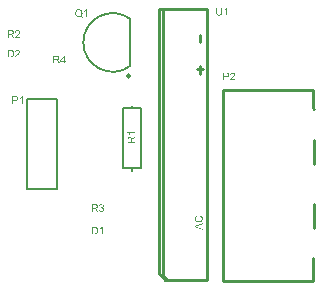
<source format=gto>
%FSLAX24Y24*%
%MOIN*%
G70*
G01*
G75*
G04 Layer_Color=65535*
%ADD10R,0.0315X0.0354*%
%ADD11C,0.0200*%
%ADD12C,0.0150*%
%ADD13C,0.1000*%
%ADD14C,0.1250*%
%ADD15O,0.0787X0.0394*%
%ADD16O,0.0787X0.0394*%
%ADD17C,0.0700*%
%ADD18R,0.0591X0.0591*%
%ADD19C,0.0591*%
%ADD20C,0.0551*%
%ADD21C,0.0098*%
%ADD22C,0.0079*%
%ADD23C,0.0100*%
G36*
X59657Y40297D02*
X59660Y40297D01*
X59663Y40296D01*
X59667Y40296D01*
X59672Y40295D01*
X59681Y40292D01*
X59691Y40289D01*
X59696Y40286D01*
X59700Y40284D01*
X59705Y40280D01*
X59709Y40277D01*
X59709Y40276D01*
X59710Y40276D01*
X59711Y40275D01*
X59712Y40273D01*
X59714Y40271D01*
X59716Y40269D01*
X59720Y40263D01*
X59724Y40255D01*
X59727Y40247D01*
X59730Y40237D01*
X59730Y40231D01*
X59731Y40226D01*
Y40225D01*
Y40223D01*
X59730Y40220D01*
X59730Y40216D01*
X59729Y40212D01*
X59728Y40207D01*
X59726Y40201D01*
X59724Y40196D01*
X59724Y40195D01*
X59723Y40193D01*
X59721Y40190D01*
X59719Y40186D01*
X59716Y40182D01*
X59713Y40176D01*
X59708Y40171D01*
X59703Y40164D01*
X59702Y40164D01*
X59700Y40161D01*
X59697Y40158D01*
X59695Y40155D01*
X59692Y40153D01*
X59689Y40150D01*
X59685Y40146D01*
X59681Y40143D01*
X59677Y40138D01*
X59672Y40134D01*
X59666Y40129D01*
X59661Y40125D01*
X59655Y40119D01*
X59654Y40119D01*
X59654Y40118D01*
X59652Y40117D01*
X59650Y40115D01*
X59645Y40111D01*
X59640Y40106D01*
X59634Y40101D01*
X59627Y40095D01*
X59622Y40091D01*
X59620Y40089D01*
X59618Y40087D01*
X59618Y40086D01*
X59617Y40085D01*
X59616Y40084D01*
X59614Y40081D01*
X59609Y40076D01*
X59605Y40070D01*
X59731D01*
Y40040D01*
X59562D01*
Y40040D01*
Y40042D01*
Y40044D01*
X59562Y40047D01*
X59562Y40050D01*
X59563Y40054D01*
X59564Y40058D01*
X59565Y40061D01*
Y40062D01*
X59565Y40062D01*
X59566Y40065D01*
X59568Y40068D01*
X59570Y40072D01*
X59573Y40077D01*
X59577Y40083D01*
X59581Y40089D01*
X59586Y40095D01*
Y40096D01*
X59586Y40096D01*
X59588Y40099D01*
X59592Y40102D01*
X59596Y40107D01*
X59602Y40112D01*
X59609Y40119D01*
X59618Y40126D01*
X59627Y40134D01*
X59627Y40135D01*
X59629Y40136D01*
X59631Y40138D01*
X59634Y40140D01*
X59637Y40143D01*
X59641Y40146D01*
X59650Y40154D01*
X59659Y40163D01*
X59668Y40172D01*
X59673Y40176D01*
X59677Y40180D01*
X59680Y40185D01*
X59684Y40189D01*
Y40189D01*
X59684Y40189D01*
X59685Y40191D01*
X59686Y40192D01*
X59688Y40196D01*
X59691Y40201D01*
X59694Y40207D01*
X59696Y40213D01*
X59698Y40220D01*
X59698Y40227D01*
Y40227D01*
Y40228D01*
X59698Y40230D01*
X59698Y40233D01*
X59697Y40238D01*
X59695Y40243D01*
X59693Y40248D01*
X59689Y40253D01*
X59685Y40258D01*
X59684Y40259D01*
X59682Y40260D01*
X59679Y40262D01*
X59675Y40265D01*
X59670Y40267D01*
X59664Y40269D01*
X59657Y40271D01*
X59650Y40271D01*
X59647D01*
X59646Y40271D01*
X59642Y40270D01*
X59637Y40270D01*
X59631Y40268D01*
X59625Y40265D01*
X59619Y40262D01*
X59613Y40257D01*
X59613Y40256D01*
X59611Y40255D01*
X59609Y40252D01*
X59607Y40247D01*
X59604Y40242D01*
X59602Y40236D01*
X59601Y40228D01*
X59600Y40220D01*
X59567Y40223D01*
Y40224D01*
Y40225D01*
X59568Y40227D01*
X59568Y40229D01*
X59569Y40232D01*
X59569Y40236D01*
X59572Y40244D01*
X59575Y40253D01*
X59579Y40262D01*
X59585Y40270D01*
X59588Y40274D01*
X59592Y40278D01*
X59592Y40279D01*
X59593Y40279D01*
X59594Y40280D01*
X59596Y40281D01*
X59598Y40283D01*
X59601Y40285D01*
X59604Y40286D01*
X59608Y40288D01*
X59611Y40290D01*
X59616Y40292D01*
X59621Y40293D01*
X59626Y40294D01*
X59638Y40297D01*
X59644Y40297D01*
X59650Y40297D01*
X59654D01*
X59657Y40297D01*
D02*
G37*
G36*
X59451Y40296D02*
X59457Y40295D01*
X59464Y40295D01*
X59470Y40294D01*
X59475Y40293D01*
X59476D01*
X59478Y40293D01*
X59482Y40292D01*
X59486Y40291D01*
X59491Y40289D01*
X59496Y40287D01*
X59502Y40285D01*
X59507Y40281D01*
X59507Y40281D01*
X59509Y40280D01*
X59512Y40278D01*
X59514Y40275D01*
X59517Y40272D01*
X59521Y40267D01*
X59524Y40263D01*
X59528Y40257D01*
X59528Y40256D01*
X59529Y40254D01*
X59530Y40251D01*
X59531Y40247D01*
X59533Y40242D01*
X59534Y40236D01*
X59535Y40229D01*
X59535Y40222D01*
Y40222D01*
Y40221D01*
Y40219D01*
X59535Y40217D01*
X59535Y40214D01*
X59534Y40210D01*
X59534Y40207D01*
X59533Y40203D01*
X59530Y40194D01*
X59526Y40185D01*
X59524Y40180D01*
X59521Y40176D01*
X59518Y40171D01*
X59514Y40167D01*
X59514Y40166D01*
X59513Y40166D01*
X59512Y40165D01*
X59510Y40163D01*
X59508Y40162D01*
X59505Y40160D01*
X59501Y40158D01*
X59497Y40156D01*
X59492Y40153D01*
X59487Y40152D01*
X59481Y40150D01*
X59474Y40148D01*
X59466Y40146D01*
X59458Y40145D01*
X59449Y40145D01*
X59439Y40145D01*
X59374D01*
Y40040D01*
X59340D01*
Y40296D01*
X59445D01*
X59451Y40296D01*
D02*
G37*
G36*
X52644Y39250D02*
X52613D01*
Y39450D01*
X52612Y39450D01*
X52611Y39449D01*
X52608Y39447D01*
X52605Y39444D01*
X52600Y39440D01*
X52595Y39437D01*
X52589Y39433D01*
X52583Y39429D01*
X52582D01*
X52582Y39428D01*
X52580Y39427D01*
X52576Y39425D01*
X52572Y39422D01*
X52567Y39420D01*
X52561Y39417D01*
X52555Y39415D01*
X52550Y39412D01*
Y39443D01*
X52550D01*
X52551Y39443D01*
X52553Y39444D01*
X52554Y39445D01*
X52557Y39447D01*
X52559Y39448D01*
X52566Y39451D01*
X52573Y39456D01*
X52580Y39461D01*
X52588Y39466D01*
X52596Y39473D01*
X52596Y39473D01*
X52596Y39473D01*
X52599Y39476D01*
X52602Y39479D01*
X52607Y39484D01*
X52611Y39489D01*
X52616Y39495D01*
X52620Y39501D01*
X52624Y39507D01*
X52644D01*
Y39250D01*
D02*
G37*
G36*
X56400Y38133D02*
X56347Y38099D01*
X56347D01*
X56346Y38098D01*
X56345Y38097D01*
X56343Y38097D01*
X56339Y38094D01*
X56334Y38090D01*
X56328Y38087D01*
X56322Y38082D01*
X56317Y38078D01*
X56312Y38074D01*
X56311Y38074D01*
X56310Y38073D01*
X56308Y38071D01*
X56305Y38069D01*
X56299Y38063D01*
X56297Y38060D01*
X56295Y38057D01*
X56294Y38057D01*
X56294Y38056D01*
X56293Y38055D01*
X56292Y38053D01*
X56290Y38048D01*
X56288Y38042D01*
Y38042D01*
X56287Y38041D01*
Y38039D01*
X56287Y38037D01*
X56287Y38035D01*
Y38032D01*
X56286Y38028D01*
Y38023D01*
Y37984D01*
X56400D01*
Y37950D01*
X56144D01*
Y38063D01*
Y38064D01*
Y38065D01*
Y38067D01*
Y38069D01*
X56144Y38072D01*
Y38075D01*
X56145Y38083D01*
X56145Y38091D01*
X56147Y38100D01*
X56148Y38108D01*
X56150Y38112D01*
X56151Y38115D01*
Y38116D01*
X56151Y38116D01*
X56152Y38118D01*
X56154Y38122D01*
X56157Y38126D01*
X56160Y38130D01*
X56164Y38135D01*
X56169Y38140D01*
X56175Y38144D01*
X56176Y38144D01*
X56178Y38145D01*
X56182Y38147D01*
X56187Y38149D01*
X56193Y38151D01*
X56199Y38153D01*
X56206Y38154D01*
X56214Y38155D01*
X56217D01*
X56219Y38154D01*
X56221D01*
X56224Y38154D01*
X56230Y38152D01*
X56237Y38150D01*
X56245Y38147D01*
X56253Y38143D01*
X56256Y38140D01*
X56260Y38137D01*
X56261Y38136D01*
X56262Y38135D01*
X56263Y38134D01*
X56264Y38132D01*
X56266Y38129D01*
X56268Y38127D01*
X56270Y38124D01*
X56272Y38120D01*
X56274Y38116D01*
X56276Y38111D01*
X56278Y38106D01*
X56279Y38101D01*
X56281Y38095D01*
X56282Y38089D01*
X56283Y38083D01*
X56284Y38083D01*
X56285Y38085D01*
X56286Y38087D01*
X56287Y38090D01*
X56292Y38097D01*
X56294Y38100D01*
X56296Y38103D01*
X56297Y38104D01*
X56299Y38106D01*
X56302Y38108D01*
X56306Y38112D01*
X56311Y38116D01*
X56317Y38121D01*
X56323Y38126D01*
X56331Y38131D01*
X56400Y38175D01*
Y38133D01*
D02*
G37*
G36*
X54796Y42150D02*
X54765D01*
Y42350D01*
X54764Y42350D01*
X54763Y42349D01*
X54760Y42347D01*
X54756Y42344D01*
X54752Y42340D01*
X54747Y42337D01*
X54741Y42333D01*
X54735Y42329D01*
X54734D01*
X54734Y42328D01*
X54731Y42327D01*
X54728Y42325D01*
X54724Y42322D01*
X54719Y42320D01*
X54713Y42317D01*
X54707Y42315D01*
X54702Y42312D01*
Y42343D01*
X54702D01*
X54703Y42343D01*
X54705Y42344D01*
X54706Y42345D01*
X54708Y42347D01*
X54711Y42348D01*
X54717Y42351D01*
X54724Y42356D01*
X54732Y42361D01*
X54740Y42366D01*
X54747Y42373D01*
X54748Y42373D01*
X54748Y42373D01*
X54751Y42376D01*
X54754Y42379D01*
X54758Y42384D01*
X54763Y42389D01*
X54768Y42395D01*
X54772Y42401D01*
X54776Y42407D01*
X54796D01*
Y42150D01*
D02*
G37*
G36*
X54528Y42410D02*
X54531D01*
X54535Y42410D01*
X54539Y42409D01*
X54544Y42409D01*
X54553Y42406D01*
X54564Y42403D01*
X54575Y42399D01*
X54581Y42396D01*
X54586Y42393D01*
X54586D01*
X54587Y42393D01*
X54589Y42392D01*
X54591Y42390D01*
X54593Y42389D01*
X54596Y42386D01*
X54602Y42381D01*
X54609Y42375D01*
X54616Y42366D01*
X54623Y42357D01*
X54629Y42346D01*
Y42346D01*
X54630Y42345D01*
X54631Y42343D01*
X54632Y42341D01*
X54633Y42338D01*
X54634Y42335D01*
X54636Y42331D01*
X54637Y42326D01*
X54638Y42322D01*
X54640Y42316D01*
X54642Y42305D01*
X54644Y42292D01*
X54645Y42278D01*
Y42278D01*
Y42276D01*
Y42275D01*
Y42272D01*
X54644Y42270D01*
Y42267D01*
X54644Y42263D01*
X54643Y42259D01*
X54642Y42250D01*
X54640Y42240D01*
X54638Y42231D01*
X54635Y42221D01*
Y42221D01*
X54634Y42220D01*
X54634Y42219D01*
X54633Y42217D01*
X54632Y42215D01*
X54630Y42212D01*
X54627Y42206D01*
X54623Y42200D01*
X54618Y42192D01*
X54613Y42185D01*
X54606Y42177D01*
X54606D01*
X54607Y42177D01*
X54608Y42176D01*
X54609Y42175D01*
X54612Y42173D01*
X54614Y42172D01*
X54620Y42168D01*
X54627Y42164D01*
X54634Y42161D01*
X54642Y42157D01*
X54650Y42154D01*
X54639Y42130D01*
X54639D01*
X54638Y42131D01*
X54636Y42132D01*
X54634Y42132D01*
X54632Y42133D01*
X54629Y42135D01*
X54626Y42136D01*
X54622Y42138D01*
X54614Y42142D01*
X54604Y42148D01*
X54594Y42154D01*
X54584Y42161D01*
X54584D01*
X54583Y42161D01*
X54581Y42160D01*
X54579Y42159D01*
X54576Y42158D01*
X54573Y42156D01*
X54570Y42155D01*
X54566Y42154D01*
X54561Y42152D01*
X54556Y42151D01*
X54545Y42148D01*
X54534Y42146D01*
X54521Y42146D01*
X54518D01*
X54515Y42146D01*
X54512D01*
X54509Y42146D01*
X54505Y42147D01*
X54501Y42148D01*
X54491Y42150D01*
X54480Y42153D01*
X54469Y42157D01*
X54458Y42162D01*
X54458Y42162D01*
X54457Y42163D01*
X54456Y42164D01*
X54454Y42165D01*
X54451Y42167D01*
X54449Y42169D01*
X54443Y42174D01*
X54435Y42181D01*
X54428Y42189D01*
X54421Y42198D01*
X54415Y42209D01*
Y42210D01*
X54414Y42211D01*
X54414Y42212D01*
X54413Y42215D01*
X54412Y42217D01*
X54411Y42221D01*
X54409Y42225D01*
X54408Y42229D01*
X54406Y42234D01*
X54405Y42239D01*
X54402Y42251D01*
X54401Y42264D01*
X54400Y42278D01*
Y42278D01*
Y42279D01*
Y42282D01*
X54400Y42284D01*
Y42288D01*
X54401Y42292D01*
X54401Y42296D01*
X54402Y42301D01*
X54404Y42311D01*
X54406Y42323D01*
X54410Y42335D01*
X54415Y42347D01*
Y42347D01*
X54416Y42348D01*
X54417Y42350D01*
X54418Y42352D01*
X54419Y42354D01*
X54421Y42357D01*
X54427Y42364D01*
X54433Y42372D01*
X54440Y42380D01*
X54449Y42388D01*
X54459Y42394D01*
X54459Y42395D01*
X54460Y42395D01*
X54462Y42396D01*
X54464Y42397D01*
X54467Y42398D01*
X54470Y42399D01*
X54473Y42401D01*
X54478Y42402D01*
X54482Y42404D01*
X54487Y42405D01*
X54497Y42408D01*
X54510Y42410D01*
X54522Y42411D01*
X54526D01*
X54528Y42410D01*
D02*
G37*
G36*
X52411Y39506D02*
X52417Y39505D01*
X52424Y39505D01*
X52430Y39504D01*
X52435Y39504D01*
X52436D01*
X52438Y39503D01*
X52442Y39502D01*
X52446Y39501D01*
X52451Y39499D01*
X52456Y39497D01*
X52462Y39495D01*
X52467Y39491D01*
X52467Y39491D01*
X52469Y39490D01*
X52472Y39488D01*
X52474Y39485D01*
X52477Y39482D01*
X52481Y39477D01*
X52484Y39473D01*
X52488Y39467D01*
X52488Y39466D01*
X52489Y39464D01*
X52490Y39461D01*
X52491Y39457D01*
X52493Y39452D01*
X52494Y39446D01*
X52495Y39439D01*
X52495Y39432D01*
Y39432D01*
Y39431D01*
Y39429D01*
X52495Y39427D01*
X52495Y39424D01*
X52494Y39420D01*
X52494Y39417D01*
X52493Y39413D01*
X52490Y39404D01*
X52486Y39395D01*
X52484Y39390D01*
X52481Y39386D01*
X52478Y39381D01*
X52474Y39377D01*
X52474Y39376D01*
X52473Y39376D01*
X52472Y39375D01*
X52470Y39373D01*
X52468Y39372D01*
X52465Y39370D01*
X52461Y39368D01*
X52457Y39366D01*
X52452Y39363D01*
X52447Y39362D01*
X52441Y39360D01*
X52434Y39358D01*
X52426Y39356D01*
X52418Y39355D01*
X52409Y39355D01*
X52399Y39355D01*
X52334D01*
Y39250D01*
X52300D01*
Y39506D01*
X52405D01*
X52411Y39506D01*
D02*
G37*
G36*
X55055Y35156D02*
X55062Y35155D01*
X55070Y35155D01*
X55077Y35154D01*
X55083Y35152D01*
X55084D01*
X55085Y35152D01*
X55085D01*
X55087Y35151D01*
X55091Y35150D01*
X55096Y35148D01*
X55102Y35146D01*
X55108Y35143D01*
X55115Y35139D01*
X55121Y35134D01*
X55121D01*
X55122Y35133D01*
X55124Y35131D01*
X55128Y35127D01*
X55132Y35122D01*
X55137Y35116D01*
X55142Y35108D01*
X55147Y35100D01*
X55151Y35090D01*
Y35090D01*
X55152Y35089D01*
X55152Y35087D01*
X55153Y35085D01*
X55154Y35083D01*
X55154Y35080D01*
X55156Y35076D01*
X55156Y35072D01*
X55157Y35068D01*
X55158Y35063D01*
X55160Y35053D01*
X55161Y35042D01*
X55161Y35029D01*
Y35029D01*
Y35028D01*
Y35027D01*
Y35024D01*
X55161Y35022D01*
Y35019D01*
X55161Y35012D01*
X55160Y35004D01*
X55158Y34995D01*
X55157Y34986D01*
X55154Y34978D01*
Y34977D01*
X55154Y34976D01*
X55154Y34975D01*
X55153Y34974D01*
X55152Y34970D01*
X55150Y34964D01*
X55147Y34959D01*
X55144Y34952D01*
X55141Y34946D01*
X55137Y34940D01*
X55136Y34939D01*
X55135Y34938D01*
X55133Y34935D01*
X55130Y34932D01*
X55127Y34928D01*
X55122Y34924D01*
X55118Y34920D01*
X55113Y34917D01*
X55113Y34916D01*
X55111Y34916D01*
X55108Y34914D01*
X55105Y34912D01*
X55101Y34910D01*
X55095Y34908D01*
X55090Y34906D01*
X55083Y34904D01*
X55082D01*
X55080Y34904D01*
X55076Y34903D01*
X55071Y34902D01*
X55065Y34902D01*
X55058Y34901D01*
X55051Y34900D01*
X55042Y34900D01*
X54950D01*
Y35156D01*
X55048D01*
X55055Y35156D01*
D02*
G37*
G36*
X58570Y35528D02*
X58572Y35528D01*
X58576Y35527D01*
X58579Y35525D01*
X58583Y35524D01*
X58587Y35522D01*
X58592Y35520D01*
X58602Y35515D01*
X58613Y35508D01*
X58623Y35500D01*
X58628Y35495D01*
X58632Y35490D01*
X58632Y35490D01*
X58633Y35489D01*
X58634Y35488D01*
X58636Y35485D01*
X58637Y35482D01*
X58639Y35479D01*
X58641Y35476D01*
X58643Y35472D01*
X58645Y35467D01*
X58647Y35462D01*
X58649Y35456D01*
X58650Y35450D01*
X58653Y35437D01*
X58654Y35430D01*
X58654Y35423D01*
Y35422D01*
Y35421D01*
Y35419D01*
X58654Y35416D01*
Y35412D01*
X58653Y35408D01*
X58652Y35404D01*
X58652Y35399D01*
X58650Y35388D01*
X58647Y35377D01*
X58643Y35366D01*
X58640Y35360D01*
X58637Y35355D01*
X58637Y35355D01*
X58636Y35354D01*
X58635Y35353D01*
X58634Y35351D01*
X58630Y35346D01*
X58625Y35341D01*
X58618Y35334D01*
X58609Y35328D01*
X58600Y35321D01*
X58588Y35316D01*
X58588D01*
X58587Y35316D01*
X58585Y35315D01*
X58583Y35314D01*
X58580Y35313D01*
X58576Y35312D01*
X58572Y35310D01*
X58568Y35309D01*
X58563Y35308D01*
X58558Y35307D01*
X58546Y35305D01*
X58533Y35303D01*
X58520Y35303D01*
X58516D01*
X58513Y35303D01*
X58510D01*
X58505Y35303D01*
X58501Y35304D01*
X58496Y35305D01*
X58485Y35307D01*
X58473Y35309D01*
X58461Y35313D01*
X58450Y35318D01*
X58450D01*
X58449Y35319D01*
X58447Y35319D01*
X58445Y35321D01*
X58443Y35322D01*
X58440Y35324D01*
X58433Y35329D01*
X58426Y35335D01*
X58418Y35342D01*
X58411Y35351D01*
X58405Y35361D01*
Y35362D01*
X58404Y35362D01*
X58403Y35364D01*
X58402Y35366D01*
X58401Y35369D01*
X58400Y35372D01*
X58398Y35376D01*
X58397Y35380D01*
X58395Y35384D01*
X58394Y35388D01*
X58391Y35399D01*
X58390Y35411D01*
X58389Y35423D01*
Y35424D01*
Y35425D01*
Y35427D01*
X58389Y35430D01*
X58390Y35433D01*
X58390Y35437D01*
X58391Y35441D01*
X58391Y35446D01*
X58394Y35456D01*
X58397Y35467D01*
X58400Y35472D01*
X58402Y35478D01*
X58405Y35483D01*
X58409Y35488D01*
X58409Y35488D01*
X58410Y35489D01*
X58411Y35490D01*
X58412Y35492D01*
X58414Y35494D01*
X58417Y35497D01*
X58420Y35500D01*
X58423Y35502D01*
X58427Y35505D01*
X58431Y35508D01*
X58436Y35511D01*
X58441Y35514D01*
X58446Y35517D01*
X58451Y35520D01*
X58464Y35525D01*
X58472Y35491D01*
X58471D01*
X58471Y35491D01*
X58469Y35490D01*
X58467Y35489D01*
X58465Y35488D01*
X58462Y35487D01*
X58456Y35484D01*
X58450Y35481D01*
X58443Y35476D01*
X58436Y35471D01*
X58431Y35465D01*
X58430Y35464D01*
X58429Y35462D01*
X58427Y35458D01*
X58424Y35453D01*
X58422Y35447D01*
X58420Y35440D01*
X58418Y35432D01*
X58418Y35422D01*
Y35422D01*
Y35421D01*
Y35420D01*
X58418Y35418D01*
Y35415D01*
X58419Y35412D01*
X58420Y35405D01*
X58421Y35397D01*
X58424Y35389D01*
X58428Y35381D01*
X58432Y35373D01*
Y35373D01*
X58433Y35372D01*
X58435Y35370D01*
X58438Y35367D01*
X58443Y35362D01*
X58448Y35358D01*
X58454Y35353D01*
X58462Y35349D01*
X58471Y35346D01*
X58471D01*
X58472Y35345D01*
X58473Y35345D01*
X58475Y35344D01*
X58477Y35344D01*
X58480Y35343D01*
X58486Y35342D01*
X58493Y35340D01*
X58501Y35339D01*
X58510Y35338D01*
X58520Y35338D01*
X58525D01*
X58528Y35338D01*
X58531D01*
X58535Y35339D01*
X58539Y35339D01*
X58548Y35340D01*
X58558Y35342D01*
X58567Y35344D01*
X58577Y35347D01*
X58577D01*
X58578Y35348D01*
X58579Y35348D01*
X58581Y35349D01*
X58585Y35351D01*
X58590Y35354D01*
X58597Y35358D01*
X58602Y35364D01*
X58608Y35369D01*
X58613Y35376D01*
Y35377D01*
X58614Y35377D01*
X58615Y35378D01*
X58615Y35380D01*
X58617Y35384D01*
X58619Y35390D01*
X58621Y35396D01*
X58623Y35403D01*
X58625Y35411D01*
X58625Y35420D01*
Y35420D01*
Y35421D01*
Y35423D01*
X58625Y35425D01*
Y35427D01*
X58624Y35430D01*
X58623Y35437D01*
X58621Y35444D01*
X58618Y35452D01*
X58614Y35460D01*
X58609Y35468D01*
X58608Y35468D01*
X58608Y35469D01*
X58606Y35471D01*
X58602Y35475D01*
X58597Y35479D01*
X58590Y35483D01*
X58581Y35488D01*
X58571Y35492D01*
X58560Y35495D01*
X58568Y35529D01*
X58569D01*
X58570Y35528D01*
D02*
G37*
G36*
X58650Y35247D02*
X58572Y35217D01*
Y35109D01*
X58650Y35082D01*
Y35046D01*
X58393Y35144D01*
Y35181D01*
X58650Y35285D01*
Y35247D01*
D02*
G37*
G36*
X52486Y41057D02*
X52489Y41057D01*
X52493Y41056D01*
X52497Y41056D01*
X52501Y41055D01*
X52510Y41052D01*
X52520Y41049D01*
X52525Y41046D01*
X52530Y41044D01*
X52534Y41040D01*
X52538Y41037D01*
X52539Y41036D01*
X52539Y41036D01*
X52540Y41035D01*
X52542Y41033D01*
X52544Y41031D01*
X52545Y41029D01*
X52549Y41023D01*
X52553Y41015D01*
X52557Y41007D01*
X52559Y40997D01*
X52560Y40991D01*
X52560Y40986D01*
Y40985D01*
Y40983D01*
X52560Y40980D01*
X52559Y40976D01*
X52559Y40972D01*
X52558Y40967D01*
X52556Y40961D01*
X52554Y40956D01*
X52553Y40955D01*
X52552Y40953D01*
X52551Y40950D01*
X52549Y40946D01*
X52546Y40942D01*
X52542Y40936D01*
X52538Y40931D01*
X52533Y40924D01*
X52532Y40924D01*
X52530Y40921D01*
X52526Y40918D01*
X52524Y40915D01*
X52521Y40913D01*
X52518Y40910D01*
X52514Y40906D01*
X52510Y40903D01*
X52506Y40898D01*
X52501Y40894D01*
X52496Y40889D01*
X52490Y40885D01*
X52484Y40879D01*
X52484Y40879D01*
X52483Y40878D01*
X52481Y40877D01*
X52480Y40875D01*
X52475Y40871D01*
X52469Y40866D01*
X52463Y40861D01*
X52457Y40855D01*
X52452Y40851D01*
X52450Y40849D01*
X52448Y40847D01*
X52448Y40846D01*
X52447Y40845D01*
X52445Y40844D01*
X52443Y40841D01*
X52439Y40836D01*
X52435Y40830D01*
X52561D01*
Y40800D01*
X52391D01*
Y40800D01*
Y40802D01*
Y40804D01*
X52391Y40807D01*
X52392Y40810D01*
X52392Y40814D01*
X52393Y40818D01*
X52395Y40821D01*
Y40822D01*
X52395Y40822D01*
X52396Y40825D01*
X52397Y40828D01*
X52400Y40832D01*
X52402Y40837D01*
X52406Y40843D01*
X52410Y40849D01*
X52415Y40855D01*
Y40856D01*
X52416Y40856D01*
X52418Y40858D01*
X52421Y40862D01*
X52426Y40867D01*
X52432Y40872D01*
X52439Y40879D01*
X52447Y40886D01*
X52457Y40894D01*
X52457Y40895D01*
X52458Y40896D01*
X52460Y40897D01*
X52463Y40900D01*
X52467Y40903D01*
X52471Y40906D01*
X52479Y40914D01*
X52489Y40923D01*
X52498Y40932D01*
X52503Y40936D01*
X52506Y40940D01*
X52510Y40945D01*
X52513Y40949D01*
Y40949D01*
X52514Y40949D01*
X52515Y40951D01*
X52515Y40952D01*
X52518Y40956D01*
X52520Y40961D01*
X52523Y40967D01*
X52526Y40973D01*
X52527Y40980D01*
X52528Y40987D01*
Y40987D01*
Y40988D01*
X52528Y40990D01*
X52527Y40993D01*
X52526Y40998D01*
X52524Y41003D01*
X52522Y41008D01*
X52519Y41013D01*
X52514Y41018D01*
X52513Y41019D01*
X52512Y41020D01*
X52509Y41022D01*
X52505Y41025D01*
X52500Y41027D01*
X52494Y41029D01*
X52487Y41031D01*
X52479Y41031D01*
X52477D01*
X52475Y41031D01*
X52471Y41030D01*
X52466Y41030D01*
X52460Y41028D01*
X52454Y41025D01*
X52448Y41022D01*
X52443Y41017D01*
X52442Y41016D01*
X52441Y41015D01*
X52439Y41012D01*
X52436Y41007D01*
X52434Y41002D01*
X52432Y40996D01*
X52430Y40988D01*
X52429Y40980D01*
X52397Y40983D01*
Y40984D01*
Y40985D01*
X52397Y40987D01*
X52398Y40989D01*
X52398Y40992D01*
X52399Y40996D01*
X52401Y41004D01*
X52404Y41013D01*
X52409Y41022D01*
X52414Y41030D01*
X52418Y41034D01*
X52421Y41038D01*
X52422Y41039D01*
X52423Y41039D01*
X52424Y41040D01*
X52425Y41041D01*
X52428Y41043D01*
X52430Y41045D01*
X52434Y41046D01*
X52437Y41048D01*
X52441Y41050D01*
X52445Y41052D01*
X52450Y41053D01*
X52455Y41054D01*
X52467Y41057D01*
X52473Y41057D01*
X52480Y41057D01*
X52483D01*
X52486Y41057D01*
D02*
G37*
G36*
X52255Y41056D02*
X52262Y41055D01*
X52270Y41055D01*
X52277Y41054D01*
X52283Y41052D01*
X52284D01*
X52285Y41052D01*
X52285D01*
X52287Y41051D01*
X52291Y41050D01*
X52296Y41048D01*
X52302Y41046D01*
X52308Y41043D01*
X52315Y41039D01*
X52321Y41034D01*
X52321D01*
X52322Y41033D01*
X52324Y41031D01*
X52328Y41027D01*
X52332Y41022D01*
X52337Y41016D01*
X52342Y41008D01*
X52347Y41000D01*
X52351Y40990D01*
Y40990D01*
X52352Y40989D01*
X52352Y40987D01*
X52353Y40985D01*
X52354Y40983D01*
X52354Y40980D01*
X52356Y40976D01*
X52356Y40972D01*
X52357Y40968D01*
X52358Y40963D01*
X52360Y40953D01*
X52361Y40942D01*
X52361Y40929D01*
Y40929D01*
Y40928D01*
Y40927D01*
Y40924D01*
X52361Y40922D01*
Y40919D01*
X52361Y40912D01*
X52360Y40904D01*
X52358Y40895D01*
X52357Y40886D01*
X52354Y40878D01*
Y40877D01*
X52354Y40876D01*
X52354Y40875D01*
X52353Y40874D01*
X52352Y40870D01*
X52350Y40864D01*
X52347Y40858D01*
X52344Y40852D01*
X52341Y40846D01*
X52337Y40840D01*
X52336Y40839D01*
X52335Y40838D01*
X52333Y40835D01*
X52330Y40832D01*
X52327Y40828D01*
X52322Y40824D01*
X52318Y40820D01*
X52313Y40817D01*
X52313Y40816D01*
X52311Y40816D01*
X52308Y40814D01*
X52305Y40812D01*
X52301Y40810D01*
X52295Y40808D01*
X52290Y40806D01*
X52283Y40804D01*
X52282D01*
X52280Y40804D01*
X52276Y40803D01*
X52271Y40802D01*
X52265Y40802D01*
X52258Y40801D01*
X52251Y40800D01*
X52242Y40800D01*
X52150D01*
Y41056D01*
X52248D01*
X52255Y41056D01*
D02*
G37*
G36*
X55314Y34900D02*
X55282D01*
Y35100D01*
X55282Y35100D01*
X55280Y35099D01*
X55278Y35097D01*
X55274Y35094D01*
X55270Y35090D01*
X55265Y35087D01*
X55259Y35083D01*
X55252Y35079D01*
X55252D01*
X55251Y35078D01*
X55249Y35077D01*
X55246Y35075D01*
X55241Y35072D01*
X55236Y35070D01*
X55231Y35067D01*
X55225Y35065D01*
X55219Y35062D01*
Y35093D01*
X55220D01*
X55221Y35093D01*
X55222Y35094D01*
X55224Y35095D01*
X55226Y35097D01*
X55229Y35098D01*
X55235Y35101D01*
X55242Y35106D01*
X55250Y35111D01*
X55258Y35116D01*
X55265Y35123D01*
X55266Y35123D01*
X55266Y35123D01*
X55268Y35126D01*
X55272Y35129D01*
X55276Y35134D01*
X55281Y35139D01*
X55285Y35145D01*
X55290Y35151D01*
X55293Y35157D01*
X55314D01*
Y34900D01*
D02*
G37*
G36*
X54047Y40690D02*
X54082D01*
Y40661D01*
X54047D01*
Y40600D01*
X54016D01*
Y40661D01*
X53904D01*
Y40690D01*
X54021Y40856D01*
X54047D01*
Y40690D01*
D02*
G37*
G36*
X59463Y42200D02*
X59432D01*
Y42400D01*
X59432Y42400D01*
X59430Y42399D01*
X59427Y42397D01*
X59424Y42394D01*
X59419Y42390D01*
X59414Y42387D01*
X59408Y42383D01*
X59402Y42379D01*
X59401D01*
X59401Y42378D01*
X59399Y42377D01*
X59395Y42375D01*
X59391Y42372D01*
X59386Y42370D01*
X59380Y42367D01*
X59375Y42365D01*
X59369Y42362D01*
Y42393D01*
X59369D01*
X59370Y42393D01*
X59372Y42394D01*
X59373Y42395D01*
X59376Y42397D01*
X59378Y42398D01*
X59385Y42401D01*
X59392Y42406D01*
X59400Y42411D01*
X59407Y42416D01*
X59415Y42423D01*
X59415Y42423D01*
X59416Y42423D01*
X59418Y42426D01*
X59421Y42429D01*
X59426Y42434D01*
X59430Y42439D01*
X59435Y42445D01*
X59439Y42451D01*
X59443Y42457D01*
X59463D01*
Y42200D01*
D02*
G37*
G36*
X55283Y35907D02*
X55288Y35906D01*
X55294Y35905D01*
X55300Y35903D01*
X55307Y35901D01*
X55313Y35898D01*
X55314D01*
X55314Y35898D01*
X55317Y35896D01*
X55320Y35895D01*
X55324Y35892D01*
X55328Y35888D01*
X55333Y35884D01*
X55337Y35879D01*
X55341Y35873D01*
X55341Y35873D01*
X55342Y35871D01*
X55344Y35868D01*
X55345Y35864D01*
X55347Y35859D01*
X55349Y35853D01*
X55350Y35847D01*
X55350Y35841D01*
Y35840D01*
Y35838D01*
X55350Y35835D01*
X55349Y35831D01*
X55348Y35826D01*
X55346Y35821D01*
X55344Y35816D01*
X55341Y35811D01*
X55341Y35810D01*
X55340Y35808D01*
X55337Y35806D01*
X55335Y35803D01*
X55331Y35799D01*
X55326Y35796D01*
X55321Y35792D01*
X55315Y35789D01*
X55315D01*
X55316Y35788D01*
X55317D01*
X55319Y35788D01*
X55322Y35786D01*
X55328Y35784D01*
X55333Y35781D01*
X55339Y35778D01*
X55345Y35773D01*
X55350Y35767D01*
X55350Y35766D01*
X55352Y35764D01*
X55354Y35760D01*
X55356Y35756D01*
X55359Y35750D01*
X55361Y35743D01*
X55362Y35735D01*
X55363Y35726D01*
Y35725D01*
Y35724D01*
Y35723D01*
X55362Y35720D01*
X55362Y35717D01*
X55361Y35714D01*
X55361Y35710D01*
X55360Y35706D01*
X55357Y35697D01*
X55355Y35692D01*
X55352Y35687D01*
X55349Y35683D01*
X55346Y35678D01*
X55342Y35673D01*
X55338Y35669D01*
X55338Y35668D01*
X55337Y35668D01*
X55336Y35667D01*
X55334Y35665D01*
X55331Y35663D01*
X55328Y35661D01*
X55325Y35659D01*
X55321Y35657D01*
X55317Y35655D01*
X55312Y35653D01*
X55307Y35651D01*
X55302Y35649D01*
X55296Y35648D01*
X55290Y35647D01*
X55283Y35646D01*
X55276Y35646D01*
X55273D01*
X55271Y35646D01*
X55268Y35646D01*
X55265Y35647D01*
X55261Y35647D01*
X55257Y35648D01*
X55248Y35650D01*
X55239Y35654D01*
X55234Y35656D01*
X55230Y35659D01*
X55225Y35662D01*
X55221Y35666D01*
X55220Y35666D01*
X55220Y35666D01*
X55219Y35668D01*
X55217Y35669D01*
X55216Y35671D01*
X55214Y35674D01*
X55211Y35677D01*
X55209Y35680D01*
X55205Y35687D01*
X55201Y35696D01*
X55197Y35707D01*
X55196Y35712D01*
X55195Y35718D01*
X55227Y35722D01*
Y35722D01*
X55227Y35721D01*
Y35719D01*
X55228Y35718D01*
X55229Y35713D01*
X55231Y35707D01*
X55234Y35701D01*
X55237Y35694D01*
X55241Y35689D01*
X55245Y35684D01*
X55246Y35683D01*
X55247Y35682D01*
X55250Y35680D01*
X55254Y35678D01*
X55258Y35676D01*
X55264Y35674D01*
X55270Y35672D01*
X55276Y35672D01*
X55279D01*
X55280Y35672D01*
X55284Y35673D01*
X55289Y35674D01*
X55296Y35676D01*
X55302Y35678D01*
X55308Y35682D01*
X55314Y35687D01*
X55315Y35688D01*
X55316Y35690D01*
X55319Y35693D01*
X55322Y35698D01*
X55324Y35703D01*
X55327Y35710D01*
X55328Y35717D01*
X55329Y35725D01*
Y35726D01*
Y35726D01*
Y35727D01*
X55329Y35729D01*
X55328Y35733D01*
X55327Y35738D01*
X55326Y35743D01*
X55323Y35749D01*
X55319Y35755D01*
X55315Y35761D01*
X55314Y35762D01*
X55312Y35763D01*
X55309Y35765D01*
X55305Y35768D01*
X55300Y35771D01*
X55294Y35772D01*
X55287Y35774D01*
X55279Y35775D01*
X55276D01*
X55273Y35774D01*
X55270Y35774D01*
X55266Y35774D01*
X55262Y35773D01*
X55257Y35772D01*
X55260Y35799D01*
X55262D01*
X55264Y35799D01*
X55269D01*
X55273Y35799D01*
X55278Y35800D01*
X55283Y35801D01*
X55289Y35803D01*
X55295Y35806D01*
X55301Y35809D01*
X55302Y35810D01*
X55304Y35811D01*
X55306Y35814D01*
X55310Y35817D01*
X55313Y35822D01*
X55315Y35827D01*
X55317Y35834D01*
X55318Y35841D01*
Y35842D01*
Y35842D01*
Y35844D01*
X55317Y35847D01*
X55316Y35852D01*
X55315Y35856D01*
X55313Y35861D01*
X55310Y35866D01*
X55306Y35870D01*
X55306Y35870D01*
X55304Y35872D01*
X55301Y35874D01*
X55298Y35876D01*
X55294Y35878D01*
X55289Y35880D01*
X55283Y35881D01*
X55276Y35882D01*
X55273D01*
X55269Y35881D01*
X55266Y35880D01*
X55260Y35879D01*
X55255Y35877D01*
X55250Y35874D01*
X55245Y35870D01*
X55245Y35870D01*
X55243Y35868D01*
X55241Y35865D01*
X55239Y35861D01*
X55236Y35857D01*
X55234Y35851D01*
X55232Y35844D01*
X55230Y35836D01*
X55198Y35841D01*
Y35841D01*
X55199Y35843D01*
X55199Y35844D01*
X55200Y35846D01*
X55200Y35849D01*
X55201Y35852D01*
X55204Y35859D01*
X55207Y35867D01*
X55212Y35875D01*
X55217Y35883D01*
X55224Y35890D01*
X55225Y35890D01*
X55225Y35891D01*
X55226Y35891D01*
X55228Y35893D01*
X55230Y35894D01*
X55232Y35895D01*
X55238Y35899D01*
X55246Y35902D01*
X55255Y35905D01*
X55264Y35907D01*
X55270Y35907D01*
X55279D01*
X55283Y35907D01*
D02*
G37*
G36*
X55072Y35906D02*
X55075D01*
X55083Y35905D01*
X55091Y35905D01*
X55100Y35903D01*
X55108Y35902D01*
X55112Y35900D01*
X55115Y35899D01*
X55116D01*
X55116Y35899D01*
X55118Y35898D01*
X55122Y35896D01*
X55125Y35893D01*
X55130Y35890D01*
X55135Y35886D01*
X55140Y35881D01*
X55144Y35875D01*
X55144Y35874D01*
X55145Y35872D01*
X55147Y35868D01*
X55149Y35863D01*
X55151Y35857D01*
X55153Y35851D01*
X55154Y35844D01*
X55155Y35836D01*
Y35836D01*
Y35835D01*
Y35833D01*
X55154Y35831D01*
Y35829D01*
X55154Y35826D01*
X55152Y35820D01*
X55150Y35813D01*
X55147Y35805D01*
X55143Y35797D01*
X55140Y35794D01*
X55137Y35790D01*
X55136Y35789D01*
X55135Y35788D01*
X55134Y35787D01*
X55132Y35786D01*
X55129Y35784D01*
X55127Y35782D01*
X55124Y35780D01*
X55120Y35778D01*
X55116Y35776D01*
X55111Y35774D01*
X55106Y35772D01*
X55101Y35771D01*
X55095Y35769D01*
X55089Y35768D01*
X55083Y35767D01*
X55083Y35766D01*
X55085Y35765D01*
X55087Y35764D01*
X55090Y35763D01*
X55097Y35758D01*
X55100Y35756D01*
X55103Y35754D01*
X55104Y35753D01*
X55106Y35751D01*
X55108Y35748D01*
X55112Y35744D01*
X55116Y35739D01*
X55121Y35733D01*
X55126Y35727D01*
X55131Y35719D01*
X55175Y35650D01*
X55133D01*
X55099Y35703D01*
Y35703D01*
X55098Y35704D01*
X55097Y35705D01*
X55097Y35707D01*
X55094Y35711D01*
X55090Y35716D01*
X55086Y35722D01*
X55082Y35728D01*
X55078Y35733D01*
X55074Y35738D01*
X55074Y35739D01*
X55073Y35740D01*
X55071Y35742D01*
X55069Y35745D01*
X55063Y35751D01*
X55060Y35753D01*
X55057Y35755D01*
X55057Y35756D01*
X55056Y35756D01*
X55055Y35757D01*
X55053Y35758D01*
X55048Y35760D01*
X55042Y35762D01*
X55042D01*
X55041Y35763D01*
X55039D01*
X55037Y35763D01*
X55035Y35763D01*
X55032D01*
X55028Y35764D01*
X54984D01*
Y35650D01*
X54950D01*
Y35906D01*
X55069D01*
X55072Y35906D01*
D02*
G37*
G36*
X52486Y41707D02*
X52489Y41707D01*
X52492Y41706D01*
X52496Y41706D01*
X52501Y41705D01*
X52510Y41702D01*
X52520Y41699D01*
X52525Y41696D01*
X52529Y41694D01*
X52534Y41690D01*
X52538Y41687D01*
X52538Y41686D01*
X52539Y41686D01*
X52540Y41685D01*
X52542Y41683D01*
X52543Y41681D01*
X52545Y41679D01*
X52549Y41673D01*
X52553Y41665D01*
X52556Y41657D01*
X52559Y41647D01*
X52559Y41641D01*
X52560Y41636D01*
Y41635D01*
Y41633D01*
X52559Y41630D01*
X52559Y41626D01*
X52558Y41622D01*
X52557Y41617D01*
X52556Y41611D01*
X52553Y41606D01*
X52553Y41605D01*
X52552Y41603D01*
X52551Y41600D01*
X52548Y41596D01*
X52545Y41592D01*
X52542Y41586D01*
X52537Y41581D01*
X52532Y41574D01*
X52531Y41574D01*
X52529Y41571D01*
X52526Y41568D01*
X52524Y41565D01*
X52521Y41563D01*
X52518Y41560D01*
X52514Y41556D01*
X52510Y41553D01*
X52506Y41548D01*
X52501Y41544D01*
X52496Y41539D01*
X52490Y41535D01*
X52484Y41529D01*
X52483Y41529D01*
X52483Y41528D01*
X52481Y41527D01*
X52479Y41525D01*
X52474Y41521D01*
X52469Y41516D01*
X52463Y41511D01*
X52457Y41505D01*
X52451Y41501D01*
X52450Y41499D01*
X52448Y41497D01*
X52447Y41496D01*
X52446Y41495D01*
X52445Y41494D01*
X52443Y41491D01*
X52439Y41486D01*
X52434Y41480D01*
X52560D01*
Y41450D01*
X52391D01*
Y41450D01*
Y41452D01*
Y41454D01*
X52391Y41457D01*
X52391Y41460D01*
X52392Y41464D01*
X52393Y41468D01*
X52394Y41471D01*
Y41472D01*
X52395Y41472D01*
X52395Y41475D01*
X52397Y41478D01*
X52399Y41482D01*
X52402Y41487D01*
X52406Y41493D01*
X52410Y41499D01*
X52415Y41505D01*
Y41506D01*
X52416Y41506D01*
X52418Y41508D01*
X52421Y41512D01*
X52425Y41517D01*
X52431Y41522D01*
X52438Y41529D01*
X52447Y41536D01*
X52456Y41544D01*
X52457Y41545D01*
X52458Y41546D01*
X52460Y41547D01*
X52463Y41550D01*
X52466Y41553D01*
X52470Y41556D01*
X52479Y41564D01*
X52488Y41573D01*
X52497Y41582D01*
X52502Y41586D01*
X52506Y41590D01*
X52510Y41595D01*
X52513Y41599D01*
Y41599D01*
X52513Y41599D01*
X52514Y41601D01*
X52515Y41602D01*
X52517Y41606D01*
X52520Y41611D01*
X52523Y41617D01*
X52525Y41623D01*
X52527Y41630D01*
X52528Y41637D01*
Y41637D01*
Y41638D01*
X52527Y41640D01*
X52527Y41643D01*
X52526Y41648D01*
X52524Y41653D01*
X52522Y41658D01*
X52519Y41663D01*
X52514Y41668D01*
X52513Y41669D01*
X52512Y41670D01*
X52508Y41672D01*
X52505Y41675D01*
X52499Y41677D01*
X52494Y41679D01*
X52487Y41681D01*
X52479Y41681D01*
X52476D01*
X52475Y41681D01*
X52471Y41680D01*
X52466Y41680D01*
X52460Y41678D01*
X52454Y41675D01*
X52448Y41672D01*
X52442Y41667D01*
X52442Y41666D01*
X52441Y41665D01*
X52438Y41662D01*
X52436Y41657D01*
X52433Y41652D01*
X52431Y41646D01*
X52430Y41638D01*
X52429Y41630D01*
X52396Y41633D01*
Y41634D01*
Y41635D01*
X52397Y41637D01*
X52397Y41639D01*
X52398Y41642D01*
X52398Y41646D01*
X52401Y41654D01*
X52404Y41663D01*
X52408Y41672D01*
X52414Y41680D01*
X52417Y41684D01*
X52421Y41688D01*
X52421Y41689D01*
X52422Y41689D01*
X52423Y41690D01*
X52425Y41691D01*
X52427Y41693D01*
X52430Y41695D01*
X52433Y41696D01*
X52437Y41698D01*
X52441Y41700D01*
X52445Y41702D01*
X52450Y41703D01*
X52455Y41704D01*
X52467Y41707D01*
X52473Y41707D01*
X52480Y41707D01*
X52483D01*
X52486Y41707D01*
D02*
G37*
G36*
X59301Y42308D02*
Y42308D01*
Y42306D01*
Y42305D01*
Y42302D01*
X59301Y42298D01*
Y42295D01*
X59300Y42290D01*
X59300Y42286D01*
X59299Y42276D01*
X59297Y42266D01*
X59295Y42256D01*
X59292Y42247D01*
Y42246D01*
X59292Y42246D01*
X59291Y42244D01*
X59291Y42243D01*
X59288Y42239D01*
X59285Y42234D01*
X59281Y42228D01*
X59275Y42221D01*
X59268Y42216D01*
X59261Y42210D01*
X59260D01*
X59260Y42209D01*
X59258Y42209D01*
X59256Y42207D01*
X59254Y42207D01*
X59252Y42205D01*
X59248Y42204D01*
X59245Y42203D01*
X59241Y42202D01*
X59236Y42200D01*
X59231Y42199D01*
X59226Y42198D01*
X59214Y42196D01*
X59201Y42196D01*
X59198D01*
X59195Y42196D01*
X59192D01*
X59189Y42196D01*
X59185Y42197D01*
X59180Y42197D01*
X59171Y42199D01*
X59161Y42201D01*
X59151Y42204D01*
X59142Y42208D01*
X59142D01*
X59141Y42209D01*
X59140Y42209D01*
X59139Y42210D01*
X59134Y42213D01*
X59130Y42217D01*
X59124Y42222D01*
X59119Y42228D01*
X59114Y42235D01*
X59110Y42244D01*
Y42244D01*
X59109Y42245D01*
X59109Y42246D01*
X59108Y42248D01*
X59107Y42250D01*
X59107Y42253D01*
X59106Y42257D01*
X59105Y42261D01*
X59104Y42265D01*
X59103Y42270D01*
X59102Y42275D01*
X59102Y42281D01*
X59101Y42287D01*
X59100Y42294D01*
X59100Y42301D01*
Y42308D01*
Y42456D01*
X59134D01*
Y42308D01*
Y42308D01*
Y42306D01*
Y42305D01*
Y42303D01*
Y42300D01*
X59134Y42297D01*
X59135Y42289D01*
X59135Y42282D01*
X59136Y42273D01*
X59138Y42266D01*
X59139Y42262D01*
X59140Y42259D01*
X59140Y42258D01*
X59141Y42256D01*
X59143Y42253D01*
X59145Y42250D01*
X59148Y42246D01*
X59151Y42242D01*
X59156Y42238D01*
X59161Y42234D01*
X59162Y42234D01*
X59164Y42233D01*
X59167Y42232D01*
X59171Y42230D01*
X59177Y42229D01*
X59183Y42227D01*
X59190Y42227D01*
X59198Y42226D01*
X59201D01*
X59204Y42227D01*
X59207D01*
X59211Y42227D01*
X59219Y42228D01*
X59228Y42230D01*
X59236Y42233D01*
X59244Y42237D01*
X59248Y42240D01*
X59251Y42243D01*
Y42243D01*
X59252Y42244D01*
X59253Y42245D01*
X59254Y42246D01*
X59255Y42248D01*
X59256Y42251D01*
X59258Y42254D01*
X59260Y42257D01*
X59261Y42262D01*
X59262Y42266D01*
X59264Y42271D01*
X59265Y42278D01*
X59266Y42284D01*
X59267Y42291D01*
X59267Y42299D01*
Y42308D01*
Y42456D01*
X59301D01*
Y42308D01*
D02*
G37*
G36*
X56400Y38282D02*
X56200D01*
X56200Y38282D01*
X56201Y38280D01*
X56203Y38277D01*
X56206Y38274D01*
X56210Y38269D01*
X56213Y38264D01*
X56217Y38258D01*
X56221Y38252D01*
Y38251D01*
X56222Y38251D01*
X56223Y38249D01*
X56225Y38245D01*
X56228Y38241D01*
X56230Y38236D01*
X56233Y38230D01*
X56235Y38225D01*
X56238Y38219D01*
X56207D01*
Y38219D01*
X56207Y38220D01*
X56206Y38222D01*
X56205Y38223D01*
X56203Y38226D01*
X56202Y38228D01*
X56199Y38235D01*
X56194Y38242D01*
X56189Y38250D01*
X56184Y38257D01*
X56177Y38265D01*
X56177Y38265D01*
X56177Y38266D01*
X56174Y38268D01*
X56171Y38271D01*
X56166Y38276D01*
X56161Y38280D01*
X56155Y38285D01*
X56149Y38289D01*
X56143Y38293D01*
Y38313D01*
X56400D01*
Y38282D01*
D02*
G37*
G36*
X52272Y41706D02*
X52275D01*
X52283Y41705D01*
X52291Y41705D01*
X52300Y41703D01*
X52308Y41702D01*
X52312Y41700D01*
X52315Y41699D01*
X52316D01*
X52316Y41699D01*
X52318Y41698D01*
X52322Y41696D01*
X52326Y41693D01*
X52330Y41690D01*
X52335Y41686D01*
X52340Y41681D01*
X52344Y41675D01*
X52344Y41674D01*
X52345Y41672D01*
X52347Y41668D01*
X52349Y41663D01*
X52351Y41657D01*
X52353Y41651D01*
X52354Y41644D01*
X52355Y41636D01*
Y41636D01*
Y41635D01*
Y41633D01*
X52354Y41631D01*
Y41629D01*
X52354Y41626D01*
X52352Y41620D01*
X52350Y41613D01*
X52347Y41605D01*
X52343Y41597D01*
X52340Y41594D01*
X52337Y41590D01*
X52336Y41589D01*
X52335Y41588D01*
X52334Y41587D01*
X52332Y41586D01*
X52329Y41584D01*
X52327Y41582D01*
X52324Y41580D01*
X52320Y41578D01*
X52316Y41576D01*
X52311Y41574D01*
X52306Y41572D01*
X52301Y41571D01*
X52295Y41569D01*
X52289Y41568D01*
X52283Y41567D01*
X52283Y41566D01*
X52285Y41565D01*
X52287Y41564D01*
X52290Y41563D01*
X52297Y41558D01*
X52300Y41556D01*
X52303Y41554D01*
X52304Y41553D01*
X52306Y41551D01*
X52308Y41548D01*
X52312Y41544D01*
X52316Y41539D01*
X52321Y41533D01*
X52326Y41527D01*
X52331Y41519D01*
X52375Y41450D01*
X52333D01*
X52299Y41503D01*
Y41503D01*
X52298Y41504D01*
X52297Y41505D01*
X52297Y41507D01*
X52294Y41511D01*
X52290Y41516D01*
X52287Y41522D01*
X52282Y41528D01*
X52278Y41533D01*
X52274Y41538D01*
X52274Y41539D01*
X52273Y41540D01*
X52271Y41542D01*
X52269Y41545D01*
X52263Y41551D01*
X52260Y41553D01*
X52257Y41555D01*
X52257Y41556D01*
X52256Y41556D01*
X52255Y41557D01*
X52253Y41558D01*
X52248Y41560D01*
X52242Y41562D01*
X52242D01*
X52241Y41563D01*
X52239D01*
X52237Y41563D01*
X52235Y41563D01*
X52232D01*
X52228Y41564D01*
X52184D01*
Y41450D01*
X52150D01*
Y41706D01*
X52269D01*
X52272Y41706D01*
D02*
G37*
G36*
X53792Y40856D02*
X53795D01*
X53803Y40855D01*
X53811Y40855D01*
X53820Y40853D01*
X53828Y40852D01*
X53832Y40850D01*
X53835Y40849D01*
X53836D01*
X53836Y40849D01*
X53838Y40848D01*
X53842Y40846D01*
X53846Y40843D01*
X53850Y40840D01*
X53855Y40836D01*
X53860Y40831D01*
X53864Y40825D01*
X53864Y40824D01*
X53865Y40822D01*
X53867Y40818D01*
X53869Y40813D01*
X53871Y40807D01*
X53873Y40801D01*
X53874Y40794D01*
X53875Y40786D01*
Y40786D01*
Y40785D01*
Y40783D01*
X53874Y40781D01*
Y40779D01*
X53874Y40776D01*
X53872Y40770D01*
X53870Y40763D01*
X53867Y40755D01*
X53863Y40747D01*
X53860Y40744D01*
X53857Y40740D01*
X53856Y40739D01*
X53855Y40738D01*
X53854Y40737D01*
X53852Y40736D01*
X53849Y40734D01*
X53847Y40732D01*
X53844Y40730D01*
X53840Y40728D01*
X53836Y40726D01*
X53831Y40724D01*
X53826Y40722D01*
X53821Y40721D01*
X53815Y40719D01*
X53809Y40718D01*
X53803Y40717D01*
X53803Y40716D01*
X53805Y40715D01*
X53807Y40714D01*
X53810Y40713D01*
X53817Y40708D01*
X53820Y40706D01*
X53823Y40704D01*
X53824Y40703D01*
X53826Y40701D01*
X53828Y40698D01*
X53832Y40694D01*
X53836Y40689D01*
X53841Y40683D01*
X53846Y40677D01*
X53851Y40669D01*
X53895Y40600D01*
X53853D01*
X53819Y40653D01*
Y40653D01*
X53818Y40654D01*
X53817Y40655D01*
X53817Y40657D01*
X53814Y40661D01*
X53810Y40666D01*
X53807Y40672D01*
X53802Y40678D01*
X53798Y40683D01*
X53794Y40688D01*
X53794Y40689D01*
X53793Y40690D01*
X53791Y40692D01*
X53789Y40695D01*
X53783Y40701D01*
X53780Y40703D01*
X53777Y40705D01*
X53777Y40706D01*
X53776Y40706D01*
X53775Y40707D01*
X53773Y40708D01*
X53768Y40710D01*
X53762Y40712D01*
X53762D01*
X53761Y40713D01*
X53759D01*
X53757Y40713D01*
X53755Y40713D01*
X53752D01*
X53748Y40714D01*
X53704D01*
Y40600D01*
X53670D01*
Y40856D01*
X53789D01*
X53792Y40856D01*
D02*
G37*
%LPC*%
G36*
X55037Y35126D02*
X54984D01*
Y34930D01*
X55042D01*
X55047Y34930D01*
X55053Y34931D01*
X55059Y34931D01*
X55065Y34932D01*
X55072Y34933D01*
X55078Y34935D01*
X55078Y34935D01*
X55080Y34935D01*
X55083Y34937D01*
X55086Y34938D01*
X55090Y34940D01*
X55094Y34942D01*
X55097Y34945D01*
X55101Y34948D01*
X55101Y34948D01*
X55102Y34950D01*
X55105Y34953D01*
X55108Y34957D01*
X55110Y34961D01*
X55113Y34967D01*
X55117Y34973D01*
X55119Y34980D01*
Y34981D01*
X55120Y34981D01*
X55120Y34982D01*
X55120Y34984D01*
X55121Y34986D01*
X55122Y34988D01*
X55123Y34994D01*
X55124Y35001D01*
X55125Y35010D01*
X55126Y35019D01*
X55126Y35030D01*
Y35030D01*
Y35032D01*
Y35034D01*
Y35036D01*
X55126Y35040D01*
X55125Y35044D01*
X55125Y35048D01*
X55125Y35052D01*
X55123Y35063D01*
X55121Y35073D01*
X55117Y35083D01*
X55115Y35087D01*
X55113Y35091D01*
Y35092D01*
X55112Y35092D01*
X55112Y35093D01*
X55111Y35095D01*
X55108Y35099D01*
X55104Y35103D01*
X55099Y35108D01*
X55094Y35113D01*
X55088Y35117D01*
X55081Y35121D01*
X55080Y35121D01*
X55078Y35122D01*
X55075Y35122D01*
X55071Y35123D01*
X55064Y35125D01*
X55057Y35125D01*
X55048Y35126D01*
X55037Y35126D01*
D02*
G37*
G36*
X58544Y35206D02*
X58474Y35179D01*
X58473D01*
X58472Y35179D01*
X58471Y35178D01*
X58468Y35177D01*
X58466Y35176D01*
X58462Y35175D01*
X58455Y35173D01*
X58446Y35170D01*
X58437Y35167D01*
X58428Y35164D01*
X58420Y35161D01*
X58420D01*
X58421Y35161D01*
X58422D01*
X58424Y35160D01*
X58427Y35160D01*
X58429Y35159D01*
X58436Y35157D01*
X58443Y35155D01*
X58451Y35153D01*
X58460Y35150D01*
X58469Y35147D01*
X58544Y35119D01*
Y35206D01*
D02*
G37*
G36*
X53785Y40828D02*
X53704D01*
Y40743D01*
X53780D01*
X53785Y40744D01*
X53790Y40744D01*
X53796Y40744D01*
X53802Y40745D01*
X53808Y40746D01*
X53813Y40748D01*
X53814Y40748D01*
X53815Y40749D01*
X53817Y40750D01*
X53820Y40751D01*
X53823Y40754D01*
X53827Y40756D01*
X53830Y40760D01*
X53833Y40763D01*
X53833Y40763D01*
X53834Y40765D01*
X53835Y40767D01*
X53836Y40770D01*
X53837Y40773D01*
X53838Y40777D01*
X53839Y40781D01*
X53840Y40786D01*
Y40786D01*
Y40787D01*
Y40789D01*
X53839Y40792D01*
X53838Y40797D01*
X53837Y40801D01*
X53834Y40806D01*
X53831Y40811D01*
X53826Y40816D01*
X53826Y40816D01*
X53824Y40818D01*
X53821Y40820D01*
X53816Y40822D01*
X53810Y40824D01*
X53803Y40826D01*
X53795Y40827D01*
X53785Y40828D01*
D02*
G37*
G36*
X54016Y40805D02*
X53935Y40690D01*
X54016D01*
Y40805D01*
D02*
G37*
G36*
X59447Y40266D02*
X59374D01*
Y40175D01*
X59443D01*
X59445Y40175D01*
X59448D01*
X59451Y40175D01*
X59458Y40176D01*
X59466Y40178D01*
X59473Y40180D01*
X59480Y40183D01*
X59484Y40185D01*
X59486Y40187D01*
X59487Y40187D01*
X59489Y40189D01*
X59491Y40192D01*
X59493Y40196D01*
X59496Y40200D01*
X59498Y40206D01*
X59500Y40213D01*
X59500Y40221D01*
Y40222D01*
Y40224D01*
X59500Y40227D01*
X59499Y40231D01*
X59498Y40235D01*
X59497Y40240D01*
X59495Y40244D01*
X59492Y40249D01*
X59492Y40249D01*
X59491Y40251D01*
X59489Y40253D01*
X59486Y40255D01*
X59483Y40257D01*
X59480Y40260D01*
X59475Y40262D01*
X59471Y40264D01*
X59470D01*
X59469Y40264D01*
X59467Y40265D01*
X59464Y40265D01*
X59459Y40265D01*
X59454Y40266D01*
X59447Y40266D01*
D02*
G37*
G36*
X54522Y42381D02*
X54519D01*
X54516Y42381D01*
X54513Y42380D01*
X54509Y42380D01*
X54505Y42379D01*
X54501Y42378D01*
X54490Y42375D01*
X54485Y42373D01*
X54480Y42370D01*
X54475Y42367D01*
X54469Y42364D01*
X54464Y42360D01*
X54460Y42355D01*
X54459Y42355D01*
X54458Y42354D01*
X54457Y42352D01*
X54456Y42350D01*
X54454Y42348D01*
X54452Y42344D01*
X54450Y42340D01*
X54448Y42336D01*
X54445Y42331D01*
X54443Y42325D01*
X54441Y42318D01*
X54439Y42312D01*
X54437Y42304D01*
X54436Y42296D01*
X54435Y42287D01*
X54435Y42278D01*
Y42278D01*
Y42276D01*
Y42273D01*
X54435Y42270D01*
X54436Y42265D01*
X54436Y42261D01*
X54437Y42255D01*
X54438Y42249D01*
X54441Y42237D01*
X54443Y42231D01*
X54446Y42224D01*
X54448Y42218D01*
X54451Y42212D01*
X54455Y42206D01*
X54460Y42201D01*
X54460Y42201D01*
X54461Y42200D01*
X54462Y42199D01*
X54464Y42197D01*
X54467Y42195D01*
X54469Y42193D01*
X54473Y42190D01*
X54477Y42188D01*
X54481Y42185D01*
X54486Y42183D01*
X54491Y42181D01*
X54497Y42179D01*
X54503Y42177D01*
X54509Y42176D01*
X54515Y42175D01*
X54522Y42175D01*
X54526D01*
X54529Y42175D01*
X54533Y42175D01*
X54538Y42176D01*
X54544Y42177D01*
X54551Y42179D01*
X54556Y42181D01*
X54556Y42182D01*
X54554Y42183D01*
X54551Y42185D01*
X54546Y42187D01*
X54542Y42189D01*
X54536Y42192D01*
X54530Y42194D01*
X54523Y42196D01*
X54531Y42221D01*
X54532D01*
X54533Y42220D01*
X54534Y42220D01*
X54536Y42219D01*
X54539Y42218D01*
X54542Y42217D01*
X54549Y42214D01*
X54556Y42211D01*
X54564Y42207D01*
X54572Y42202D01*
X54579Y42196D01*
X54580Y42196D01*
X54581Y42197D01*
X54582Y42199D01*
X54584Y42201D01*
X54586Y42204D01*
X54589Y42208D01*
X54591Y42212D01*
X54595Y42217D01*
X54597Y42222D01*
X54600Y42228D01*
X54602Y42235D01*
X54605Y42242D01*
X54607Y42250D01*
X54608Y42259D01*
X54609Y42268D01*
X54609Y42278D01*
Y42278D01*
Y42279D01*
Y42281D01*
Y42283D01*
X54609Y42286D01*
Y42289D01*
X54608Y42296D01*
X54607Y42305D01*
X54605Y42314D01*
X54602Y42323D01*
X54599Y42332D01*
Y42333D01*
X54599Y42333D01*
X54598Y42334D01*
X54597Y42336D01*
X54595Y42340D01*
X54591Y42345D01*
X54587Y42351D01*
X54581Y42357D01*
X54575Y42363D01*
X54568Y42368D01*
X54568D01*
X54567Y42369D01*
X54566Y42370D01*
X54565Y42370D01*
X54560Y42372D01*
X54555Y42375D01*
X54548Y42377D01*
X54540Y42379D01*
X54532Y42381D01*
X54522Y42381D01*
D02*
G37*
G36*
X56214Y38120D02*
X56211D01*
X56208Y38119D01*
X56203Y38118D01*
X56199Y38117D01*
X56194Y38114D01*
X56189Y38111D01*
X56184Y38106D01*
X56184Y38106D01*
X56182Y38104D01*
X56180Y38101D01*
X56178Y38096D01*
X56176Y38090D01*
X56174Y38083D01*
X56173Y38075D01*
X56172Y38065D01*
Y37984D01*
X56257D01*
Y38056D01*
Y38057D01*
Y38058D01*
Y38059D01*
Y38060D01*
X56256Y38065D01*
X56256Y38070D01*
X56256Y38076D01*
X56255Y38082D01*
X56254Y38088D01*
X56252Y38093D01*
X56252Y38094D01*
X56251Y38095D01*
X56250Y38097D01*
X56249Y38100D01*
X56246Y38103D01*
X56244Y38107D01*
X56240Y38110D01*
X56237Y38113D01*
X56237Y38113D01*
X56235Y38114D01*
X56233Y38115D01*
X56230Y38116D01*
X56227Y38117D01*
X56223Y38118D01*
X56219Y38119D01*
X56214Y38120D01*
D02*
G37*
G36*
X52265Y41678D02*
X52184D01*
Y41593D01*
X52260D01*
X52265Y41594D01*
X52270Y41594D01*
X52276Y41594D01*
X52282Y41595D01*
X52288Y41596D01*
X52293Y41598D01*
X52294Y41598D01*
X52295Y41599D01*
X52297Y41600D01*
X52300Y41601D01*
X52303Y41604D01*
X52307Y41606D01*
X52310Y41610D01*
X52313Y41613D01*
X52313Y41613D01*
X52314Y41615D01*
X52315Y41617D01*
X52316Y41620D01*
X52317Y41623D01*
X52318Y41627D01*
X52319Y41631D01*
X52320Y41636D01*
Y41636D01*
Y41637D01*
Y41639D01*
X52319Y41642D01*
X52318Y41647D01*
X52317Y41651D01*
X52314Y41656D01*
X52311Y41661D01*
X52306Y41666D01*
X52306Y41666D01*
X52304Y41668D01*
X52301Y41670D01*
X52296Y41672D01*
X52290Y41674D01*
X52283Y41676D01*
X52275Y41677D01*
X52265Y41678D01*
D02*
G37*
G36*
X52237Y41026D02*
X52184D01*
Y40830D01*
X52242D01*
X52247Y40830D01*
X52253Y40831D01*
X52259Y40831D01*
X52265Y40832D01*
X52272Y40833D01*
X52278Y40835D01*
X52278Y40835D01*
X52280Y40835D01*
X52283Y40837D01*
X52286Y40838D01*
X52290Y40840D01*
X52294Y40842D01*
X52297Y40845D01*
X52301Y40848D01*
X52301Y40848D01*
X52302Y40850D01*
X52305Y40853D01*
X52308Y40857D01*
X52310Y40861D01*
X52313Y40867D01*
X52317Y40873D01*
X52319Y40880D01*
Y40881D01*
X52320Y40881D01*
X52320Y40882D01*
X52320Y40884D01*
X52321Y40886D01*
X52322Y40888D01*
X52323Y40894D01*
X52324Y40901D01*
X52325Y40910D01*
X52326Y40919D01*
X52326Y40930D01*
Y40930D01*
Y40932D01*
Y40934D01*
Y40936D01*
X52326Y40940D01*
X52326Y40944D01*
X52325Y40948D01*
X52325Y40952D01*
X52323Y40963D01*
X52321Y40973D01*
X52317Y40983D01*
X52315Y40987D01*
X52313Y40991D01*
Y40992D01*
X52312Y40992D01*
X52312Y40993D01*
X52311Y40995D01*
X52308Y40999D01*
X52304Y41003D01*
X52299Y41008D01*
X52294Y41013D01*
X52288Y41017D01*
X52281Y41021D01*
X52280Y41021D01*
X52278Y41022D01*
X52275Y41022D01*
X52271Y41023D01*
X52264Y41025D01*
X52257Y41025D01*
X52248Y41026D01*
X52237Y41026D01*
D02*
G37*
G36*
X55065Y35878D02*
X54984D01*
Y35793D01*
X55060D01*
X55065Y35794D01*
X55070Y35794D01*
X55076Y35794D01*
X55082Y35795D01*
X55088Y35796D01*
X55093Y35798D01*
X55094Y35798D01*
X55095Y35799D01*
X55097Y35800D01*
X55100Y35801D01*
X55103Y35804D01*
X55107Y35806D01*
X55110Y35810D01*
X55113Y35813D01*
X55113Y35813D01*
X55114Y35815D01*
X55115Y35817D01*
X55116Y35820D01*
X55117Y35823D01*
X55118Y35827D01*
X55119Y35831D01*
X55120Y35836D01*
Y35836D01*
Y35837D01*
Y35839D01*
X55119Y35842D01*
X55118Y35847D01*
X55117Y35851D01*
X55114Y35856D01*
X55111Y35861D01*
X55106Y35866D01*
X55106Y35866D01*
X55104Y35868D01*
X55101Y35870D01*
X55096Y35872D01*
X55090Y35874D01*
X55083Y35876D01*
X55075Y35877D01*
X55065Y35878D01*
D02*
G37*
G36*
X52407Y39476D02*
X52334D01*
Y39385D01*
X52403D01*
X52405Y39385D01*
X52408D01*
X52411Y39385D01*
X52418Y39386D01*
X52426Y39388D01*
X52433Y39390D01*
X52440Y39393D01*
X52444Y39395D01*
X52446Y39397D01*
X52447Y39397D01*
X52449Y39399D01*
X52451Y39402D01*
X52453Y39406D01*
X52456Y39410D01*
X52458Y39416D01*
X52460Y39423D01*
X52460Y39431D01*
Y39432D01*
Y39434D01*
X52460Y39437D01*
X52459Y39441D01*
X52458Y39445D01*
X52457Y39450D01*
X52455Y39454D01*
X52452Y39459D01*
X52452Y39459D01*
X52451Y39461D01*
X52449Y39463D01*
X52446Y39465D01*
X52443Y39467D01*
X52440Y39470D01*
X52435Y39472D01*
X52431Y39474D01*
X52430D01*
X52429Y39474D01*
X52427Y39475D01*
X52424Y39475D01*
X52419Y39475D01*
X52414Y39476D01*
X52407Y39476D01*
D02*
G37*
%LPD*%
D21*
X56231Y40186D02*
G03*
X56231Y40186I-49J0D01*
G01*
D22*
X56241Y42080D02*
G03*
X56241Y40520I-591J-780D01*
G01*
X56241D02*
Y42080D01*
X52800Y36400D02*
Y39400D01*
Y36400D02*
X53800D01*
Y39400D01*
X52800D02*
X53800D01*
X56300Y37100D02*
X56600D01*
Y39100D01*
X56000D02*
X56600D01*
X56000Y37100D02*
Y39100D01*
Y37100D02*
X56300D01*
Y39100D02*
Y39190D01*
Y37010D02*
Y37100D01*
D23*
X62329Y33361D02*
Y34119D01*
X59337Y33361D02*
X62329D01*
X59337D02*
Y39729D01*
X62319D01*
X62339Y39709D01*
Y39099D02*
Y39709D01*
Y39099D02*
X62358Y39080D01*
X62348Y37249D02*
Y38046D01*
Y35103D02*
Y35930D01*
X58571Y41315D02*
Y41532D01*
X58561Y40262D02*
Y40518D01*
X58463Y40400D02*
X58669D01*
X57321Y33520D02*
X57469Y33372D01*
X57321Y33520D02*
Y42398D01*
X57469Y33372D02*
X58797D01*
X58807Y33382D01*
Y42428D01*
X57193D02*
X58807D01*
X57183Y42418D02*
X57193Y42428D01*
X57183Y33599D02*
Y42418D01*
Y33599D02*
X57409Y33372D01*
M02*

</source>
